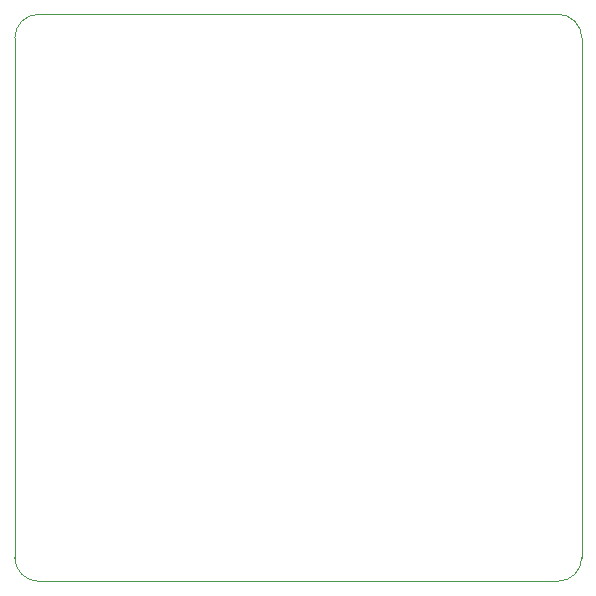
<source format=gm1>
G04 #@! TF.GenerationSoftware,KiCad,Pcbnew,8.0.5*
G04 #@! TF.CreationDate,2024-10-05T22:37:39+02:00*
G04 #@! TF.ProjectId,HVI,4856492e-6b69-4636-9164-5f7063625858,rev?*
G04 #@! TF.SameCoordinates,Original*
G04 #@! TF.FileFunction,Profile,NP*
%FSLAX46Y46*%
G04 Gerber Fmt 4.6, Leading zero omitted, Abs format (unit mm)*
G04 Created by KiCad (PCBNEW 8.0.5) date 2024-10-05 22:37:39*
%MOMM*%
%LPD*%
G01*
G04 APERTURE LIST*
G04 #@! TA.AperFunction,Profile*
%ADD10C,0.100000*%
G04 #@! TD*
G04 APERTURE END LIST*
D10*
X118000000Y-106000000D02*
G75*
G02*
X116000000Y-108000000I-2000000J0D01*
G01*
X70000000Y-62000000D02*
G75*
G02*
X72000000Y-60000000I2000000J0D01*
G01*
X72000000Y-108000000D02*
X116000000Y-108000000D01*
X70000000Y-62000000D02*
X70000000Y-106000000D01*
X118000000Y-106000000D02*
X118000000Y-62000000D01*
X72000000Y-60000000D02*
X116000000Y-60000000D01*
X116000000Y-60000000D02*
G75*
G02*
X118000000Y-62000000I0J-2000000D01*
G01*
X72000000Y-108000000D02*
G75*
G02*
X70000000Y-106000000I0J2000000D01*
G01*
M02*

</source>
